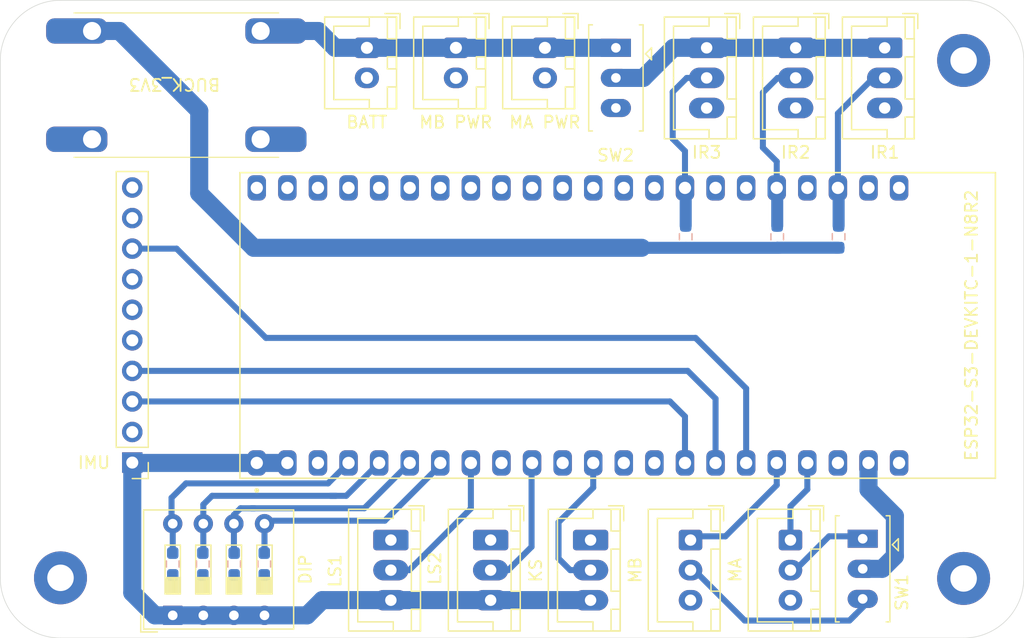
<source format=kicad_pcb>
(kicad_pcb (version 20240108) (generator "pcbnew") (generator_version "8.0")
  (layers (0 "F.Cu" signal) (31 "B.Cu" signal) (34 "B.Paste" user) (35 "F.Paste" user) (36 "B.SilkS" user "B.Silkscreen") (37 "F.SilkS" user "F.Silkscreen") (38 "B.Mask" user) (39 "F.Mask" user) (44 "Edge.Cuts" user))
  (net 0 "")
  (net 1 "+BATT")
  (net 2 "GND")
  (net 3 "+3V3")
  (net 4 "S2")
  (net 5 "S1")
  (net 6 "S4")
  (net 7 "S3")
  (net 12 "SDA")
  (net 13 "SCL")
  (net 15 "+12V")
  (net 16 "IR1_3V3")
  (net 17 "IR2_3V3")
  (net 18 "IR3_3V3")
  (net 19 "KILLSWITCH")
  (net 20 "LS1_3V3")
  (net 21 "LS2_3V3")
  (net 22 "Net-(MA1-Pin_2)")
  (net 23 "PWMA")
  (net 24 "Net-(MB1-Pin_2)")
  (net 25 "PWMB")
  (net 26 "+5V")
  (net 50 "+3V3S")
  (net 51 "INT")
  (footprint "Connector_JST:JST_XH_B3B-XH-A_1x03_P2.50mm_Vertical" (layer "F.Cu") (at 170.235 64.09 -90)
    (property "Reference" "IR1" (hide yes))
    (property "Value" "IR1" (at 8.69 -0.005 180) (layer "F.SilkS"))
    (pad "1" thru_hole roundrect (at 0 0 270) (size 1.7 2.925) (drill 0.95) (layers "*.Cu" "*.Mask") (roundrect_rratio 0.147059) (net 15 "+12V"))
    (pad "2" thru_hole oval (at 2.5 0 270) (size 1.7 2.925) (drill 0.95) (layers "*.Cu" "*.Mask") (net 16 "IR1_3V3"))
    (pad "3" thru_hole oval (at 5 0 270) (size 1.7 2.925) (drill 0.95) (layers "*.Cu" "*.Mask") (net 2 "GND"))
  )
  (footprint "Connector_JST:JST_XH_B3B-XH-A_1x03_P2.50mm_Vertical" (layer "F.Cu") (at 129.225 105 -90)
    (property "Reference" "LS1" (hide yes))
    (property "Value" "LS1" (at 2.56 4.635 90) (layer "F.SilkS"))
    (pad "1" thru_hole roundrect (at 0 0 270) (size 1.7 2.925) (drill 0.95) (layers "*.Cu" "*.Mask") (roundrect_rratio 0.147059) (net 2 "GND"))
    (pad "2" thru_hole oval (at 2.5 0 270) (size 1.7 2.925) (drill 0.95) (layers "*.Cu" "*.Mask") (net 20 "LS1_3V3"))
    (pad "3" thru_hole oval (at 5 0 270) (size 1.7 2.925) (drill 0.95) (layers "*.Cu" "*.Mask") (net 3 "+3V3"))
  )
  (footprint "ESP32-S3-DEVKITC-1-N8R2:XCVR_ESP32-S3-DEVKITC-1-N8R2" (layer "F.Cu") (at 148.06 87.16 90)
    (property "Reference" "U1" (hide yes))
    (property "Value" "ESP32-S3-DEVKITC-1-N8R2" (at 0 29.38 -90) (layer "F.SilkS"))
    (pad "J1_1" thru_hole roundrect (at -11.43 -29.97 90) (size 2.1 1.53) (drill 1.02) (layers "*.Cu" "*.Mask") (roundrect_rratio 0.3267973856) (net 3 "+3V3"))
    (pad "J1_2" thru_hole roundrect (at -11.43 -27.43 90) (size 2.1 1.53) (drill 1.02) (layers "*.Cu" "*.Mask") (roundrect_rratio 0.3267973856) (net 3 "+3V3"))
    (pad "J1_3" thru_hole roundrect (at -11.43 -24.89 90) (size 2.1 1.53) (drill 1.02) (layers "*.Cu" "*.Mask") (roundrect_rratio 0.3267973856))
    (pad "J1_4" thru_hole roundrect (at -11.43 -22.35 90) (size 2.1 1.53) (drill 1.02) (layers "*.Cu" "*.Mask") (roundrect_rratio 0.3267973856) (net 5 "S1"))
    (pad "J1_5" thru_hole roundrect (at -11.43 -19.81 90) (size 2.1 1.53) (drill 1.02) (layers "*.Cu" "*.Mask") (roundrect_rratio 0.3267973856) (net 4 "S2"))
    (pad "J1_6" thru_hole roundrect (at -11.43 -17.27 90) (size 2.1 1.53) (drill 1.02) (layers "*.Cu" "*.Mask") (roundrect_rratio 0.3267973856) (net 7 "S3"))
    (pad "J1_7" thru_hole roundrect (at -11.43 -14.73 90) (size 2.1 1.53) (drill 1.02) (layers "*.Cu" "*.Mask") (roundrect_rratio 0.3267973856) (net 6 "S4"))
    (pad "J1_8" thru_hole roundrect (at -11.43 -12.19 90) (size 2.1 1.53) (drill 1.02) (layers "*.Cu" "*.Mask") (roundrect_rratio 0.3267973856) (net 20 "LS1_3V3"))
    (pad "J1_9" thru_hole roundrect (at -11.43 -9.65 90) (size 2.1 1.53) (drill 1.02) (layers "*.Cu" "*.Mask") (roundrect_rratio 0.3267973856))
    (pad "J1_10" thru_hole roundrect (at -11.43 -7.11 90) (size 2.1 1.53) (drill 1.02) (layers "*.Cu" "*.Mask") (roundrect_rratio 0.3267973856) (net 21 "LS2_3V3"))
    (pad "J1_11" thru_hole roundrect (at -11.43 -4.57 90) (size 2.1 1.53) (drill 1.02) (layers "*.Cu" "*.Mask") (roundrect_rratio 0.3267973856))
    (pad "J1_12" thru_hole roundrect (at -11.43 -2.03 90) (size 2.1 1.53) (drill 1.02) (layers "*.Cu" "*.Mask") (roundrect_rratio 0.3267973856) (net 19 "KILLSWITCH"))
    (pad "J1_13" thru_hole roundrect (at -11.43 0.51 90) (size 2.1 1.53) (drill 1.02) (layers "*.Cu" "*.Mask") (roundrect_rratio 0.3267973856))
    (pad "J1_14" thru_hole roundrect (at -11.43 3.05 90) (size 2.1 1.53) (drill 1.02) (layers "*.Cu" "*.Mask") (roundrect_rratio 0.3267973856))
    (pad "J1_15" thru_hole roundrect (at -11.43 5.59 90) (size 2.1 1.53) (drill 1.02) (layers "*.Cu" "*.Mask") (roundrect_rratio 0.3267973856) (net 13 "SCL"))
    (pad "J1_16" thru_hole roundrect (at -11.43 8.13 90) (size 2.1 1.53) (drill 1.02) (layers "*.Cu" "*.Mask") (roundrect_rratio 0.3267973856) (net 12 "SDA"))
    (pad "J1_17" thru_hole roundrect (at -11.43 10.67 90) (size 2.1 1.53) (drill 1.02) (layers "*.Cu" "*.Mask") (roundrect_rratio 0.3267973856) (net 51 "INT"))
    (pad "J1_18" thru_hole roundrect (at -11.43 13.21 90) (size 2.1 1.53) (drill 1.02) (layers "*.Cu" "*.Mask") (roundrect_rratio 0.3267973856) (net 25 "PWMB"))
    (pad "J1_19" thru_hole roundrect (at -11.43 15.75 90) (size 2.1 1.53) (drill 1.02) (layers "*.Cu" "*.Mask") (roundrect_rratio 0.3267973856) (net 23 "PWMA"))
    (pad "J1_20" thru_hole roundrect (at -11.43 18.29 90) (size 2.1 1.53) (drill 1.02) (layers "*.Cu" "*.Mask") (roundrect_rratio 0.3267973856))
    (pad "J1_21" thru_hole roundrect (at -11.43 20.83 90) (size 2.1 1.53) (drill 1.02) (layers "*.Cu" "*.Mask") (roundrect_rratio 0.3267973856) (net 26 "+5V"))
    (pad "J1_22" thru_hole roundrect (at -11.43 23.37 90) (size 2.1 1.53) (drill 1.02) (layers "*.Cu" "*.Mask") (roundrect_rratio 0.3267973856) (net 2 "GND"))
    (pad "J3_1" thru_hole roundrect (at 11.43 -29.97 90) (size 2.1 1.53) (drill 1.02) (layers "*.Cu" "*.Mask") (roundrect_rratio 0.3267973856) (net 2 "GND"))
    (pad "J3_2" thru_hole roundrect (at 11.43 -27.43 90) (size 2.1 1.53) (drill 1.02) (layers "*.Cu" "*.Mask") (roundrect_rratio 0.3267973856))
    (pad "J3_3" thru_hole roundrect (at 11.43 -24.89 90) (size 2.1 1.53) (drill 1.02) (layers "*.Cu" "*.Mask") (roundrect_rratio 0.3267973856))
    (pad "J3_4" thru_hole roundrect (at 11.43 -22.35 90) (size 2.1 1.53) (drill 1.02) (layers "*.Cu" "*.Mask") (roundrect_rratio 0.3267973856))
    (pad "J3_5" thru_hole roundrect (at 11.43 -19.81 90) (size 2.1 1.53) (drill 1.02) (layers "*.Cu" "*.Mask") (roundrect_rratio 0.3267973856))
    (pad "J3_6" thru_hole roundrect (at 11.43 -17.27 90) (size 2.1 1.53) (drill 1.02) (layers "*.Cu" "*.Mask") (roundrect_rratio 0.3267973856))
    (pad "J3_7" thru_hole roundrect (at 11.43 -14.73 90) (size 2.1 1.53) (drill 1.02) (layers "*.Cu" "*.Mask") (roundrect_rratio 0.3267973856))
    (pad "J3_8" thru_hole roundrect (at 11.43 -12.19 90) (size 2.1 1.53) (drill 1.02) (layers "*.Cu" "*.Mask") (roundrect_rratio 0.3267973856))
    (pad "J3_9" thru_hole roundrect (at 11.43 -9.65 90) (size 2.1 1.53) (drill 1.02) (layers "*.Cu" "*.Mask") (roundrect_rratio 0.3267973856))
    (pad "J3_10" thru_hole roundrect (at 11.43 -7.11 90) (size 2.1 1.53) (drill 1.02) (layers "*.Cu" "*.Mask") (roundrect_rratio 0.3267973856))
    (pad "J3_11" thru_hole roundrect (at 11.43 -4.57 90) (size 2.1 1.53) (drill 1.02) (layers "*.Cu" "*.Mask") (roundrect_rratio 0.3267973856))
    (pad "J3_12" thru_hole roundrect (at 11.43 -2.03 90) (size 2.1 1.53) (drill 1.02) (layers "*.Cu" "*.Mask") (roundrect_rratio 0.3267973856))
    (pad "J3_13" thru_hole roundrect (at 11.43 0.51 90) (size 2.1 1.53) (drill 1.02) (layers "*.Cu" "*.Mask") (roundrect_rratio 0.3267973856))
    (pad "J3_14" thru_hole roundrect (at 11.43 3.05 90) (size 2.1 1.53) (drill 1.02) (layers "*.Cu" "*.Mask") (roundrect_rratio 0.3267973856))
    (pad "J3_15" thru_hole roundrect (at 11.43 5.59 90) (size 2.1 1.53) (drill 1.02) (layers "*.Cu" "*.Mask") (roundrect_rratio 0.3267973856) (net 18 "IR3_3V3"))
    (pad "J3_16" thru_hole roundrect (at 11.43 8.13 90) (size 2.1 1.53) (drill 1.02) (layers "*.Cu" "*.Mask") (roundrect_rratio 0.3267973856))
    (pad "J3_17" thru_hole roundrect (at 11.43 10.67 90) (size 2.1 1.53) (drill 1.02) (layers "*.Cu" "*.Mask") (roundrect_rratio 0.3267973856))
    (pad "J3_18" thru_hole roundrect (at 11.43 13.21 90) (size 2.1 1.53) (drill 1.02) (layers "*.Cu" "*.Mask") (roundrect_rratio 0.3267973856) (net 17 "IR2_3V3"))
    (pad "J3_19" thru_hole roundrect (at 11.43 15.75 90) (size 2.1 1.53) (drill 1.02) (layers "*.Cu" "*.Mask") (roundrect_rratio 0.3267973856))
    (pad "J3_20" thru_hole roundrect (at 11.43 18.29 90) (size 2.1 1.53) (drill 1.02) (layers "*.Cu" "*.Mask") (roundrect_rratio 0.3267973856) (net 16 "IR1_3V3"))
    (pad "J3_21" thru_hole roundrect (at 11.43 20.83 90) (size 2.1 1.53) (drill 1.02) (layers "*.Cu" "*.Mask") (roundrect_rratio 0.3267973856) (net 2 "GND"))
    (pad "J3_22" thru_hole roundrect (at 11.43 23.37 90) (size 2.1 1.53) (drill 1.02) (layers "*.Cu" "*.Mask") (roundrect_rratio 0.3267973856) (net 2 "GND"))
  )
  (footprint "Connector_JST:JST_XH_B3B-XH-A_1x03_P2.50mm_Vertical" (layer "F.Cu") (at 155.45 64.09 -90)
    (property "Reference" "IR3" (hide yes))
    (property "Value" "IR3" (at 8.69 0 180) (layer "F.SilkS"))
    (pad "1" thru_hole roundrect (at 0 0 270) (size 1.7 2.925) (drill 0.95) (layers "*.Cu" "*.Mask") (roundrect_rratio 0.147059) (net 15 "+12V"))
    (pad "2" thru_hole oval (at 2.5 0 270) (size 1.7 2.925) (drill 0.95) (layers "*.Cu" "*.Mask") (net 18 "IR3_3V3"))
    (pad "3" thru_hole oval (at 5 0 270) (size 1.7 2.925) (drill 0.95) (layers "*.Cu" "*.Mask") (net 2 "GND"))
  )
  (footprint "Connector_JST:JST_XH_B3B-XH-A_1x03_P2.50mm_Vertical" (layer "F.Cu") (at 154.11 105 -90)
    (property "Reference" "MB1" (hide yes))
    (property "Value" "MB" (at 2.5 4.6 90) (layer "F.SilkS"))
    (pad "1" thru_hole roundrect (at 0 0 270) (size 1.7 1.95) (drill 0.95) (layers "*.Cu" "*.Mask") (roundrect_rratio 0.147059) (net 25 "PWMB"))
    (pad "2" thru_hole oval (at 2.5 0 270) (size 1.7 1.95) (drill 0.95) (layers "*.Cu" "*.Mask") (net 24 "Net-(MB1-Pin_2)"))
    (pad "3" thru_hole oval (at 5 0 270) (size 1.7 1.95) (drill 0.95) (layers "*.Cu" "*.Mask") (net 2 "GND"))
  )
  (footprint "Connector_JST:JST_XH_B2B-XH-A_1x02_P2.50mm_Vertical" (layer "F.Cu") (at 142.02 64.09 -90)
    (property "Reference" "MotorA1" (hide yes))
    (property "Value" "MA PWR" (at 6.18 0 180) (layer "F.SilkS"))
    (pad "1" thru_hole roundrect (at 0 0 270) (size 1.7 2) (drill 1) (layers "*.Cu" "*.Mask") (roundrect_rratio 0.147059) (net 1 "+BATT"))
    (pad "2" thru_hole oval (at 2.5 0 270) (size 1.7 2) (drill 1) (layers "*.Cu" "*.Mask") (net 2 "GND"))
  )
  (footprint "Connector_PinHeader_2.54mm:PinHeader_1x10_P2.54mm_Vertical" (layer "F.Cu") (at 107.75 98.56 180)
    (property "Reference" "IMU1" (hide yes))
    (property "Value" "IMU" (at 3.18 -0.01 180) (layer "F.SilkS"))
    (pad "1" thru_hole rect (at 0 0 180) (size 1.7 1.7) (drill 1) (layers "*.Cu" "*.Mask") (net 3 "+3V3"))
    (pad "2" thru_hole oval (at 0 2.54 180) (size 1.7 1.7) (drill 1) (layers "*.Cu" "*.Mask") (net 2 "GND"))
    (pad "3" thru_hole oval (at 0 5.08 180) (size 1.7 1.7) (drill 1) (layers "*.Cu" "*.Mask") (net 13 "SCL"))
    (pad "4" thru_hole oval (at 0 7.62 180) (size 1.7 1.7) (drill 1) (layers "*.Cu" "*.Mask") (net 12 "SDA"))
    (pad "5" thru_hole oval (at 0 10.16 180) (size 1.7 1.7) (drill 1) (layers "*.Cu" "*.Mask"))
    (pad "6" thru_hole oval (at 0 12.7 180) (size 1.7 1.7) (drill 1) (layers "*.Cu" "*.Mask"))
    (pad "7" thru_hole oval (at 0 15.24 180) (size 1.7 1.7) (drill 1) (layers "*.Cu" "*.Mask"))
    (pad "8" thru_hole oval (at 0 17.78 180) (size 1.7 1.7) (drill 1) (layers "*.Cu" "*.Mask") (net 51 "INT"))
    (pad "9" thru_hole oval (at 0 20.32 180) (size 1.7 1.7) (drill 1) (layers "*.Cu" "*.Mask"))
    (pad "10" thru_hole oval (at 0 22.86 180) (size 1.7 1.7) (drill 1) (layers "*.Cu" "*.Mask"))
  )
  (footprint "SPDT_SlideSwitch:tht" (layer "F.Cu") (at 147.9125 64.59 -90)
    (property "Reference" "SW2" (hide yes))
    (property "Value" "SW2" (at 8.43 0.02 180) (layer "F.SilkS"))
    (pad "1" thru_hole rect (at -0.5 0 270) (size 1.5 2.5) (drill 0.8) (layers "*.Cu" "*.Mask") (net 1 "+BATT"))
    (pad "2" thru_hole oval (at 2 0 270) (size 1.5 2.5) (drill 0.8) (layers "*.Cu" "*.Mask") (net 15 "+12V"))
    (pad "3" thru_hole oval (at 4.5 0 270) (size 1.5 2.5) (drill 0.8) (layers "*.Cu" "*.Mask"))
  )
  (footprint "Connector_JST:JST_XH_B3B-XH-A_1x03_P2.50mm_Vertical" (layer "F.Cu") (at 162.8425 64.09 -90)
    (property "Reference" "IR2" (hide yes))
    (property "Value" "IR2" (at 8.69 0 180) (layer "F.SilkS"))
    (pad "1" thru_hole roundrect (at 0 0 270) (size 1.7 2.925) (drill 0.95) (layers "*.Cu" "*.Mask") (roundrect_rratio 0.147059) (net 15 "+12V"))
    (pad "2" thru_hole oval (at 2.5 0 270) (size 1.7 2.925) (drill 0.95) (layers "*.Cu" "*.Mask") (net 17 "IR2_3V3"))
    (pad "3" thru_hole oval (at 5 0 270) (size 1.7 2.925) (drill 0.95) (layers "*.Cu" "*.Mask") (net 2 "GND"))
  )
  (footprint "Connector_JST:JST_XH_B3B-XH-A_1x03_P2.50mm_Vertical" (layer "F.Cu") (at 137.51 105 -90)
    (property "Reference" "LS2" (hide yes))
    (property "Value" "LS2" (at 2.35 4.63 90) (layer "F.SilkS"))
    (pad "1" thru_hole roundrect (at 0 0 270) (size 1.7 2.925) (drill 0.95) (layers "*.Cu" "*.Mask") (roundrect_rratio 0.147059) (net 2 "GND"))
    (pad "2" thru_hole oval (at 2.5 0 270) (size 1.7 2.925) (drill 0.95) (layers "*.Cu" "*.Mask") (net 21 "LS2_3V3"))
    (pad "3" thru_hole oval (at 5 0 270) (size 1.7 2.925) (drill 0.95) (layers "*.Cu" "*.Mask") (net 3 "+3V3"))
  )
  (footprint "" (layer "F.Cu") (at 176.790001 65.140001 180)
    (property "Reference" "" (hide yes))
    (property "Value" "")
    (pad "1" thru_hole circle (at 0 0 180) (size 4.4 4.4) (drill 2.2) (layers "*.Cu" "*.Mask"))
  )
  (footprint "Mbaretech_buckConverter:Buck-Converter" (layer "F.Cu") (at 119.91 61.19 180)
    (property "Reference" "BUCK1" (hide yes))
    (property "Value" "BUCK_3V3" (at 8.65 -5.94 180) (layer "F.SilkS"))
    (pad "1" thru_hole roundrect (at 1.5 -1.5 180) (size 5.08 2.1) (drill 1.5 (offset -1.27 0)) (layers "*.Cu" "*.Mask") (roundrect_rratio 0.3280839895) (net 1 "+BATT"))
    (pad "2" thru_hole roundrect (at 1.5 -10.5 180) (size 5.08 2.1) (drill 1.5 (offset -1.27 0)) (layers "*.Cu" "*.Mask") (roundrect_rratio 0.3280839895) (net 2 "GND"))
    (pad "3" thru_hole roundrect (at 15.5 -1.5 180) (size 5.08 2.1) (drill 1.5 (offset 1.27 0)) (layers "*.Cu" "*.Mask") (roundrect_rratio 0.3280839895) (net 50 "+3V3S"))
    (pad "4" thru_hole roundrect (at 15.5 -10.5 180) (size 5.08 2.1) (drill 1.5 (offset 1.27 0)) (layers "*.Cu" "*.Mask") (roundrect_rratio 0.3280839895) (net 2 "GND"))
  )
  (footprint "SPDT_SlideSwitch:tht" (layer "F.Cu") (at 168.41 105.39 -90)
    (property "Reference" "SW1" (hide yes))
    (property "Value" "SW1" (at 3.97 -3.25 90) (layer "F.SilkS"))
    (pad "1" thru_hole rect (at -0.5 0 270) (size 1.5 2.5) (drill 0.8) (layers "*.Cu" "*.Mask") (net 22 "Net-(MA1-Pin_2)"))
    (pad "2" thru_hole oval (at 2 0 270) (size 1.5 2.5) (drill 0.8) (layers "*.Cu" "*.Mask") (net 26 "+5V"))
    (pad "3" thru_hole oval (at 4.5 0 270) (size 1.5 2.5) (drill 0.8) (layers "*.Cu" "*.Mask") (net 24 "Net-(MB1-Pin_2)"))
  )
  (footprint "" (layer "F.Cu") (at 101.79 108.140001 180)
    (property "Reference" "" (hide yes))
    (property "Value" "")
    (pad "1" thru_hole circle (at 0 0 180) (size 4.4 4.4) (drill 2.2) (layers "*.Cu" "*.Mask"))
  )
  (footprint "Connector_JST:JST_XH_B2B-XH-A_1x02_P2.50mm_Vertical" (layer "F.Cu") (at 134.6275 64.09 -90)
    (property "Reference" "MotorB1" (hide yes))
    (property "Value" "MB PWR" (at 6.18 0.0075 180) (layer "F.SilkS"))
    (pad "1" thru_hole roundrect (at 0 0 270) (size 1.7 2) (drill 1) (layers "*.Cu" "*.Mask") (roundrect_rratio 0.147059) (net 1 "+BATT"))
    (pad "2" thru_hole oval (at 2.5 0 270) (size 1.7 2) (drill 1) (layers "*.Cu" "*.Mask") (net 2 "GND"))
  )
  (footprint "Connector_JST:JST_XH_B2B-XH-A_1x02_P2.50mm_Vertical" (layer "F.Cu") (at 127.235 64.09 -90)
    (property "Reference" "Battery1" (hide yes))
    (property "Value" "BATT" (at 6.18 0.005 180) (layer "F.SilkS"))
    (pad "1" thru_hole roundrect (at 0 0 270) (size 1.7 2) (drill 1) (layers "*.Cu" "*.Mask") (roundrect_rratio 0.147059) (net 1 "+BATT"))
    (pad "2" thru_hole oval (at 2.5 0 270) (size 1.7 2) (drill 1) (layers "*.Cu" "*.Mask") (net 2 "GND"))
  )
  (footprint "" (layer "F.Cu") (at 176.79 108.19 180)
    (property "Reference" "" (hide yes))
    (property "Value" "")
    (pad "1" thru_hole circle (at 0 0 180) (size 4.4 4.4) (drill 2.2) (layers "*.Cu" "*.Mask"))
  )
  (footprint "Connector_JST:JST_XH_B3B-XH-A_1x03_P2.50mm_Vertical" (layer "F.Cu") (at 145.81 105 -90)
    (property "Reference" "KS1" (hide yes))
    (property "Value" "KS" (at 2.53 4.56 90) (layer "F.SilkS"))
    (pad "1" thru_hole roundrect (at 0 0 270) (size 1.7 2.925) (drill 0.95) (layers "*.Cu" "*.Mask") (roundrect_rratio 0.147059) (net 2 "GND"))
    (pad "2" thru_hole oval (at 2.5 0 270) (size 1.7 2.925) (drill 0.95) (layers "*.Cu" "*.Mask") (net 19 "KILLSWITCH"))
    (pad "3" thru_hole oval (at 5 0 270) (size 1.7 2.925) (drill 0.95) (layers "*.Cu" "*.Mask") (net 3 "+3V3"))
  )
  (footprint "Connector_JST:JST_XH_B3B-XH-A_1x03_P2.50mm_Vertical" (layer "F.Cu") (at 162.41 105 -90)
    (property "Reference" "MA1" (hide yes))
    (property "Value" "MA" (at 2.5 4.6 90) (layer "F.SilkS"))
    (pad "1" thru_hole roundrect (at 0 0 270) (size 1.7 1.95) (drill 0.95) (layers "*.Cu" "*.Mask") (roundrect_rratio 0.147059) (net 23 "PWMA"))
    (pad "2" thru_hole oval (at 2.5 0 270) (size 1.7 1.95) (drill 0.95) (layers "*.Cu" "*.Mask") (net 22 "Net-(MA1-Pin_2)"))
    (pad "3" thru_hole oval (at 5 0 270) (size 1.7 1.95) (drill 0.95) (layers "*.Cu" "*.Mask") (net 2 "GND"))
  )
  (footprint "Button_Switch_THT:SW_DIP_SPSTx04_Slide_9.78x12.34mm_W7.62mm_P2.54mm" (layer "F.Cu") (at 111.11 111.2575 90)
    (property "Reference" "DIP1" (hide yes))
    (property "Value" "DIP" (at 3.8175 11.01 -90) (layer "F.SilkS"))
    (pad "1" thru_hole rect (at 0 0 90) (size 1.6 1.6) (drill 0.8) (layers "*.Cu" "*.Mask") (net 3 "+3V3"))
    (pad "2" thru_hole oval (at 0 2.54 90) (size 1.6 1.6) (drill 0.8) (layers "*.Cu" "*.Mask") (net 3 "+3V3"))
    (pad "3" thru_hole oval (at 0 5.08 90) (size 1.6 1.6) (drill 0.8) (layers "*.Cu" "*.Mask") (net 3 "+3V3"))
    (pad "4" thru_hole oval (at 0 7.62 90) (size 1.6 1.6) (drill 0.8) (layers "*.Cu" "*.Mask") (net 3 "+3V3"))
    (pad "5" thru_hole oval (at 7.62 7.62 90) (size 1.6 1.6) (drill 0.8) (layers "*.Cu" "*.Mask") (net 6 "S4"))
    (pad "6" thru_hole oval (at 7.62 5.08 90) (size 1.6 1.6) (drill 0.8) (layers "*.Cu" "*.Mask") (net 7 "S3"))
    (pad "7" thru_hole oval (at 7.62 2.54 90) (size 1.6 1.6) (drill 0.8) (layers "*.Cu" "*.Mask") (net 4 "S2"))
    (pad "8" thru_hole oval (at 7.62 0 90) (size 1.6 1.6) (drill 0.8) (layers "*.Cu" "*.Mask") (net 5 "S1"))
  )
  (footprint "Resistor_SMD:R_0603_1608Metric_Pad0.98x0.95mm_HandSolder" (layer "B.Cu") (at 166.41 79.79 90)
    (property "Reference" "R6" (hide yes))
    (property "Value" "1Ok" (hide yes))
    (pad "1" smd roundrect (at -0.9125 0 90) (size 0.975 0.95) (layers "B.Cu" "B.Paste" "B.Mask") (net 50 "+3V3S"))
    (pad "2" smd roundrect (at 0.9125 0 90) (size 0.975 0.95) (layers "B.Cu" "B.Paste" "B.Mask") (net 16 "IR1_3V3"))
  )
  (footprint "Resistor_SMD:R_0603_1608Metric_Pad0.98x0.95mm_HandSolder" (layer "B.Cu") (at 118.71 106.99 -90)
    (property "Reference" "R1" (hide yes))
    (property "Value" "10k" (hide yes))
    (pad "1" smd roundrect (at -0.9125 0 270) (size 0.975 0.95) (layers "B.Cu" "B.Paste" "B.Mask") (net 6 "S4"))
    (pad "2" smd roundrect (at 0.9125 0 270) (size 0.975 0.95) (layers "B.Cu" "B.Paste" "B.Mask") (net 2 "GND"))
  )
  (footprint "Resistor_SMD:R_0603_1608Metric_Pad0.98x0.95mm_HandSolder" (layer "B.Cu") (at 153.71 79.79625 90)
    (property "Reference" "R7" (hide yes))
    (property "Value" "1Ok" (hide yes))
    (pad "1" smd roundrect (at -0.9125 0 90) (size 0.975 0.95) (layers "B.Cu" "B.Paste" "B.Mask") (net 50 "+3V3S"))
    (pad "2" smd roundrect (at 0.9125 0 90) (size 0.975 0.95) (layers "B.Cu" "B.Paste" "B.Mask") (net 18 "IR3_3V3"))
  )
  (footprint "Resistor_SMD:R_0603_1608Metric_Pad0.98x0.95mm_HandSolder" (layer "B.Cu") (at 116.21 106.99 -90)
    (property "Reference" "R2" (hide yes))
    (property "Value" "10k" (hide yes))
    (pad "1" smd roundrect (at -0.9125 0 270) (size 0.975 0.95) (layers "B.Cu" "B.Paste" "B.Mask") (net 7 "S3"))
    (pad "2" smd roundrect (at 0.9125 0 270) (size 0.975 0.95) (layers "B.Cu" "B.Paste" "B.Mask") (net 2 "GND"))
  )
  (footprint "Resistor_SMD:R_0603_1608Metric_Pad0.98x0.95mm_HandSolder" (layer "B.Cu") (at 113.61 106.99 -90)
    (property "Reference" "R3" (hide yes))
    (property "Value" "10k" (hide yes))
    (pad "1" smd roundrect (at -0.9125 0 270) (size 0.975 0.95) (layers "B.Cu" "B.Paste" "B.Mask") (net 4 "S2"))
    (pad "2" smd roundrect (at 0.9125 0 270) (size 0.975 0.95) (layers "B.Cu" "B.Paste" "B.Mask") (net 2 "GND"))
  )
  (footprint "Resistor_SMD:R_0603_1608Metric_Pad0.98x0.95mm_HandSolder" (layer "B.Cu") (at 161.31 79.79625 90)
    (property "Reference" "R5" (hide yes))
    (property "Value" "10k" (hide yes))
    (pad "1" smd roundrect (at -0.9125 0 90) (size 0.975 0.95) (layers "B.Cu" "B.Paste" "B.Mask") (net 50 "+3V3S"))
    (pad "2" smd roundrect (at 0.9125 0 90) (size 0.975 0.95) (layers "B.Cu" "B.Paste" "B.Mask") (net 17 "IR2_3V3"))
  )
  (footprint "Resistor_SMD:R_0603_1608Metric_Pad0.98x0.95mm_HandSolder" (layer "B.Cu") (at 111.11 106.99 -90)
    (property "Reference" "R4" (hide yes))
    (property "Value" "10k" (hide yes))
    (pad "1" smd roundrect (at -0.9125 0 270) (size 0.975 0.95) (layers "B.Cu" "B.Paste" "B.Mask") (net 5 "S1"))
    (pad "2" smd roundrect (at 0.9125 0 270) (size 0.975 0.95) (layers "B.Cu" "B.Paste" "B.Mask") (net 2 "GND"))
  )
  (gr_line (start 96.79 65.140001) (end 96.79 108.140001) (stroke (width 0.05)) (layer "Edge.Cuts"))
  (gr_line (start 181.79 65.140001) (end 181.79 108.140002) (stroke (width 0.05)) (layer "Edge.Cuts"))
  (gr_arc (start 176.79 60.140001) (mid 180.325534 61.604467) (end 181.79 65.140001) (stroke (width 0.05)) (layer "Edge.Cuts"))
  (gr_arc (start 101.79 113.140001) (mid 98.254466 111.675535) (end 96.79 108.140001) (stroke (width 0.05)) (layer "Edge.Cuts"))
  (gr_arc (start 181.79 108.140002) (mid 180.325533 111.675535) (end 176.79 113.140002) (stroke (width 0.05)) (layer "Edge.Cuts"))
  (gr_arc (start 96.79 65.140001) (mid 98.254466 61.604466) (end 101.79 60.140001) (stroke (width 0.05)) (layer "Edge.Cuts"))
  (gr_line (start 176.79 113.140002) (end 101.79 113.140002) (stroke (width 0.05)) (layer "Edge.Cuts"))
  (gr_line (start 176.79 60.140001) (end 101.79 60.140001) (stroke (width 0.05)) (layer "Edge.Cuts"))
  (segment (start 142.02 64.09) (end 127.235 64.09) (width 1.5) (layer "B.Cu") (net 1))
  (segment (start 123.2 62.69) (end 124.6 64.09) (width 1.5) (layer "B.Cu") (net 1))
  (segment (start 124.6 64.09) (end 127.235 64.09) (width 1.5) (layer "B.Cu") (net 1))
  (segment (start 118.41 62.69) (end 123.2 62.69) (width 1.5) (layer "B.Cu") (net 1))
  (segment (start 142.02 64.09) (end 147.9125 64.09) (width 1.5) (layer "B.Cu") (net 1))
  (segment (start 122.2625 111.2575) (end 123.53 109.99) (width 1.5) (layer "B.Cu") (net 3))
  (segment (start 111.11 111.2575) (end 122.2625 111.2575) (width 1.5) (layer "B.Cu") (net 3))
  (segment (start 123.53 109.99) (end 145.18 109.99) (width 1.5) (layer "B.Cu") (net 3))
  (segment (start 118.09 98.59) (end 107.78 98.59) (width 1.5) (layer "B.Cu") (net 3))
  (segment (start 107.78 98.59) (end 107.75 98.56) (width 1.5) (layer "B.Cu") (net 3))
  (segment (start 120.63 98.59) (end 118.09 98.59) (width 1.5) (layer "B.Cu") (net 3))
  (segment (start 109.6275 111.2575) (end 111.11 111.2575) (width 1.5) (layer "B.Cu") (net 3))
  (segment (start 107.75 98.56) (end 107.8 98.61) (width 1) (layer "B.Cu") (net 3))
  (segment (start 107.75 98.56) (end 107.75 109.38) (width 1.5) (layer "B.Cu") (net 3))
  (segment (start 107.75 109.38) (end 109.6275 111.2575) (width 1.5) (layer "B.Cu") (net 3))
  (segment (start 113.65 103.6375) (end 113.65 106.0375) (width 0.5) (layer "B.Cu") (net 4))
  (segment (start 113.65 103.6375) (end 113.65 102.05) (width 0.5) (layer "B.Cu") (net 4))
  (segment (start 113.65 106.0375) (end 113.61 106.0775) (width 0.5) (layer "B.Cu") (net 4))
  (segment (start 113.55 103.4375) (end 113.55 103.5375) (width 0.5) (layer "B.Cu") (net 4))
  (segment (start 124.21 101.323334) (end 125.516666 101.323334) (width 0.5) (layer "B.Cu") (net 4))
  (segment (start 113.55 103.5375) (end 113.65 103.6375) (width 0.5) (layer "B.Cu") (net 4))
  (segment (start 125.516666 101.323334) (end 128.25 98.59) (width 0.5) (layer "B.Cu") (net 4))
  (segment (start 114.376666 101.323334) (end 124.67 101.323334) (width 0.5) (layer "B.Cu") (net 4))
  (segment (start 113.65 102.05) (end 114.376666 101.323334) (width 0.5) (layer "B.Cu") (net 4))
  (segment (start 112.21 100.29) (end 111.01 101.49) (width 0.5) (layer "B.Cu") (net 5))
  (segment (start 111.11 103.6375) (end 111.11 106.0775) (width 0.5) (layer "B.Cu") (net 5))
  (segment (start 125.71 98.59) (end 124.01 100.29) (width 0.5) (layer "B.Cu") (net 5))
  (segment (start 111.01 101.49) (end 111.01 103.4375) (width 0.5) (layer "B.Cu") (net 5))
  (segment (start 124.01 100.29) (end 112.21 100.29) (width 0.5) (layer "B.Cu") (net 5))
  (segment (start 133.33 98.78) (end 133.33 98.59) (width 0.5) (layer "B.Cu") (net 6))
  (segment (start 118.9775 103.39) (end 128.72 103.39) (width 0.5) (layer "B.Cu") (net 6))
  (segment (start 118.73 106.0575) (end 118.71 106.0775) (width 0.5) (layer "B.Cu") (net 6))
  (segment (start 118.73 103.6375) (end 118.73 106.0575) (width 0.5) (layer "B.Cu") (net 6))
  (segment (start 128.72 103.39) (end 133.33 98.78) (width 0.5) (layer "B.Cu") (net 6))
  (segment (start 118.73 103.6375) (end 118.9775 103.39) (width 0.5) (layer "B.Cu") (net 6))
  (segment (start 117.6375 102.356667) (end 127.023333 102.356667) (width 0.5) (layer "B.Cu") (net 7))
  (segment (start 116.19 103.6375) (end 116.19 106.0575) (width 0.5) (layer "B.Cu") (net 7))
  (segment (start 127.023333 102.356667) (end 130.79 98.59) (width 0.5) (layer "B.Cu") (net 7))
  (segment (start 116.19 103.6375) (end 116.19 102.91) (width 0.5) (layer "B.Cu") (net 7))
  (segment (start 116.19 106.0575) (end 116.21 106.0775) (width 0.5) (layer "B.Cu") (net 7))
  (segment (start 116.743333 102.356667) (end 117.91 102.356667) (width 0.5) (layer "B.Cu") (net 7))
  (segment (start 116.19 102.91) (end 116.743333 102.356667) (width 0.5) (layer "B.Cu") (net 7))
  (segment (start 153.88 90.94) (end 156.19 93.25) (width 0.5) (layer "B.Cu") (net 12))
  (segment (start 107.75 90.94) (end 153.88 90.94) (width 0.5) (layer "B.Cu") (net 12))
  (segment (start 156.19 93.25) (end 156.19 98.59) (width 0.5) (layer "B.Cu") (net 12))
  (segment (start 152.4 93.48) (end 153.65 94.73) (width 0.5) (layer "B.Cu") (net 13))
  (segment (start 107.75 93.48) (end 152.4 93.48) (width 0.5) (layer "B.Cu") (net 13))
  (segment (start 153.65 94.73) (end 153.65 98.59) (width 0.5) (layer "B.Cu") (net 13))
  (segment (start 162.8425 64.09) (end 170.41 64.09) (width 1.5) (layer "B.Cu") (net 15))
  (segment (start 155.45 64.09) (end 162.8425 64.09) (width 1.5) (layer "B.Cu") (net 15))
  (segment (start 147.9125 66.59) (end 150.191916 66.59) (width 1.5) (layer "B.Cu") (net 15))
  (segment (start 152.691916 64.09) (end 155.45 64.09) (width 1.5) (layer "B.Cu") (net 15))
  (segment (start 150.191916 66.59) (end 152.691916 64.09) (width 1.5) (layer "B.Cu") (net 15))
  (segment (start 169.3 66.59) (end 166.35 69.54) (width 0.5) (layer "B.Cu") (net 16))
  (segment (start 170.235 66.59) (end 169.3 66.59) (width 0.5) (layer "B.Cu") (net 16))
  (segment (start 166.35 69.54) (end 166.35 75.73) (width 0.5) (layer "B.Cu") (net 16))
  (segment (start 166.41 78.8775) (end 166.41 75.69) (width 1) (layer "B.Cu") (net 16))
  (segment (start 161.34 66.59) (end 160.12 67.81) (width 0.5) (layer "B.Cu") (net 17))
  (segment (start 160.12 67.81) (end 160.12 72.39) (width 0.5) (layer "B.Cu") (net 17))
  (segment (start 161.27 73.54) (end 161.27 75.73) (width 0.5) (layer "B.Cu") (net 17))
  (segment (start 162.8425 66.59) (end 161.34 66.59) (width 0.5) (layer "B.Cu") (net 17))
  (segment (start 160.12 72.39) (end 161.27 73.54) (width 0.5) (layer "B.Cu") (net 17))
  (segment (start 161.31 78.88375) (end 161.31 75.69625) (width 1) (layer "B.Cu") (net 17))
  (segment (start 153.71 78.88375) (end 153.71 75.69625) (width 1) (layer "B.Cu") (net 18))
  (segment (start 153.8 66.59) (end 152.63 67.76) (width 0.5) (layer "B.Cu") (net 18))
  (segment (start 153.65 72.67) (end 153.65 75.73) (width 0.5) (layer "B.Cu") (net 18))
  (segment (start 152.63 67.76) (end 152.63 71.65) (width 0.5) (layer "B.Cu") (net 18))
  (segment (start 155.45 66.59) (end 153.8 66.59) (width 0.5) (layer "B.Cu") (net 18))
  (segment (start 152.63 71.65) (end 153.65 72.67) (width 0.5) (layer "B.Cu") (net 18))
  (segment (start 145.81 107.5) (end 144.12 107.5) (width 0.5) (layer "B.Cu") (net 19))
  (segment (start 144.12 107.5) (end 143.15 106.53) (width 0.5) (layer "B.Cu") (net 19))
  (segment (start 143.15 103.52) (end 146.03 100.64) (width 0.5) (layer "B.Cu") (net 19))
  (segment (start 146.03 100.64) (end 146.03 98.59) (width 0.5) (layer "B.Cu") (net 19))
  (segment (start 143.15 106.53) (end 143.15 103.52) (width 0.5) (layer "B.Cu") (net 19))
  (segment (start 129.52 107.5) (end 130.75 107.5) (width 0.5) (layer "B.Cu") (net 20))
  (segment (start 130.75 107.5) (end 135.87 102.38) (width 0.5) (layer "B.Cu") (net 20))
  (segment (start 135.87 102.38) (end 135.87 99.19) (width 0.5) (layer "B.Cu") (net 20))
  (segment (start 140.91 98.63) (end 140.95 98.59) (width 0.5) (layer "B.Cu") (net 21))
  (segment (start 138.97 107.5) (end 140.91 105.56) (width 0.5) (layer "B.Cu") (net 21))
  (segment (start 137.51 107.5) (end 138.97 107.5) (width 0.5) (layer "B.Cu") (net 21))
  (segment (start 140.91 105.56) (end 140.91 98.63) (width 0.5) (layer "B.Cu") (net 21))
  (segment (start 165.61 104.69) (end 168.910001 104.69) (width 0.5) (layer "B.Cu") (net 22))
  (segment (start 163.11 107.19) (end 165.61 104.69) (width 0.5) (layer "B.Cu") (net 22))
  (segment (start 168.910001 104.69) (end 169.11 104.889999) (width 0.5) (layer "B.Cu") (net 22))
  (segment (start 162.41 107.19) (end 163.11 107.19) (width 0.5) (layer "B.Cu") (net 22))
  (segment (start 162.41 104.69) (end 162.41 102.19) (width 0.5) (layer "B.Cu") (net 23))
  (segment (start 162.41 102.19) (end 163.81 100.79) (width 0.5) (layer "B.Cu") (net 23))
  (segment (start 163.81 100.79) (end 163.81 98.59) (width 0.5) (layer "B.Cu") (net 23))
  (segment (start 167.409999 111.59) (end 167.809999 111.19) (width 0.5) (layer "B.Cu") (net 24))
  (segment (start 167.809999 111.19) (end 169.11 109.889999) (width 0.5) (layer "B.Cu") (net 24))
  (segment (start 158.61 111.69) (end 167.309999 111.69) (width 0.5) (layer "B.Cu") (net 24))
  (segment (start 167.309999 111.69) (end 167.809999 111.19) (width 0.5) (layer "B.Cu") (net 24))
  (segment (start 154.11 107.19) (end 158.61 111.69) (width 0.5) (layer "B.Cu") (net 24))
  (segment (start 157.01 104.69) (end 161.27 100.43) (width 0.5) (layer "B.Cu") (net 25))
  (segment (start 154.11 104.69) (end 157.01 104.69) (width 0.5) (layer "B.Cu") (net 25))
  (segment (start 161.27 100.43) (end 161.27 99.19) (width 0.5) (layer "B.Cu") (net 25))
  (segment (start 170.03 107.39) (end 171.08 106.34) (width 1.5) (layer "B.Cu") (net 26))
  (segment (start 168.41 107.39) (end 170.03 107.39) (width 1.5) (layer "B.Cu") (net 26))
  (segment (start 171.08 106.34) (end 171.08 103) (width 1.5) (layer "B.Cu") (net 26))
  (segment (start 171.08 103) (end 168.89 100.81) (width 1.5) (layer "B.Cu") (net 26))
  (segment (start 168.89 100.81) (end 168.89 98.59) (width 1.5) (layer "B.Cu") (net 26))
  (segment (start 161.31625 80.7025) (end 161.31 80.70875) (width 1) (layer "B.Cu") (net 50))
  (segment (start 166.41 80.7025) (end 161.31625 80.7025) (width 1) (layer "B.Cu") (net 50))
  (segment (start 113.31 76.18) (end 113.31 69.32) (width 1.5) (layer "B.Cu") (net 50))
  (segment (start 106.68 62.69) (end 104.41 62.69) (width 1.5) (layer "B.Cu") (net 50))
  (segment (start 117.83875 80.70875) (end 113.31 76.18) (width 1.5) (layer "B.Cu") (net 50))
  (segment (start 161.31 80.70875) (end 153.71 80.70875) (width 1) (layer "B.Cu") (net 50))
  (segment (start 150.06 80.70875) (end 117.83875 80.70875) (width 1.5) (layer "B.Cu") (net 50))
  (segment (start 113.31 69.32) (end 106.68 62.69) (width 1.5) (layer "B.Cu") (net 50))
  (segment (start 150.06 80.70875) (end 153.71 80.70875) (width 1) (layer "B.Cu") (net 50))
  (segment (start 118.85 88.2) (end 154.53 88.2) (width 0.5) (layer "B.Cu") (net 51))
  (segment (start 107.75 80.78) (end 111.43 80.78) (width 0.5) (layer "B.Cu") (net 51))
  (segment (start 158.73 92.4) (end 158.73 98.59) (width 0.5) (layer "B.Cu") (net 51))
  (segment (start 111.43 80.78) (end 118.85 88.2) (width 0.5) (layer "B.Cu") (net 51))
  (segment (start 154.53 88.2) (end 158.73 92.4) (width 0.5) (layer "B.Cu") (net 51))
)
</source>
